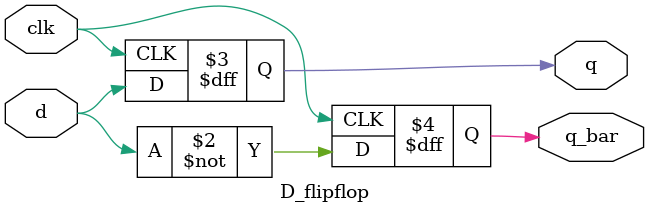
<source format=sv>
module top_module (
    input clk,
    input x,
    output z
);

wire q1, q2, q3;
wire q1_bar, q2_bar, q3_bar;

D_flipflop d1 (
    .clk(clk),
    .d(x ^ q1),
    .q(q1),
    .q_bar(q1_bar)
);

D_flipflop d2 (
    .clk(clk),
    .d(x & q2_bar),
    .q(q2),
    .q_bar(q2_bar)
);

D_flipflop d3 (
    .clk(clk),
    .d(x | q3_bar),
    .q(q3),
    .q_bar(q3_bar)
);

assign z = ~(q1 ^ q2 ^ q3);

endmodule
module D_flipflop (
    input clk,
    input d,
    output reg q,
    output reg q_bar
);

always @(posedge clk) begin
    q <= d;
    q_bar <= ~d;
end

endmodule

</source>
